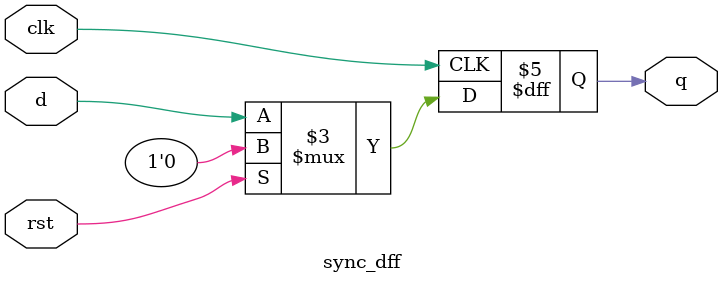
<source format=v>
module sync_dff(output reg q,input clk,d,rst);

always@(posedge clk)
begin
	if(rst)// Always high reset unlike asynchronous resets
		q<=1'b0;
	else
		q<=d;
end
endmodule

</source>
